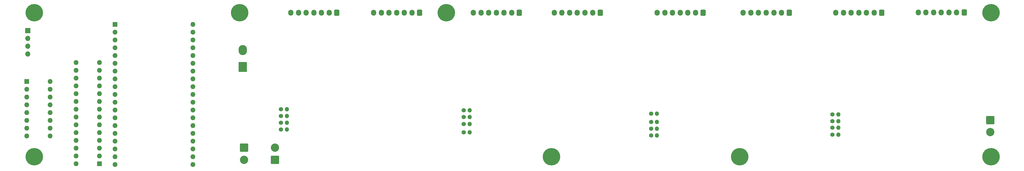
<source format=gbr>
%TF.GenerationSoftware,KiCad,Pcbnew,8.0.4*%
%TF.CreationDate,2024-08-06T18:21:12+08:00*%
%TF.ProjectId,LTC6811_ESP32_V3,4c544336-3831-4315-9f45-535033325f56,rev?*%
%TF.SameCoordinates,Original*%
%TF.FileFunction,Soldermask,Bot*%
%TF.FilePolarity,Negative*%
%FSLAX46Y46*%
G04 Gerber Fmt 4.6, Leading zero omitted, Abs format (unit mm)*
G04 Created by KiCad (PCBNEW 8.0.4) date 2024-08-06 18:21:12*
%MOMM*%
%LPD*%
G01*
G04 APERTURE LIST*
G04 Aperture macros list*
%AMRoundRect*
0 Rectangle with rounded corners*
0 $1 Rounding radius*
0 $2 $3 $4 $5 $6 $7 $8 $9 X,Y pos of 4 corners*
0 Add a 4 corners polygon primitive as box body*
4,1,4,$2,$3,$4,$5,$6,$7,$8,$9,$2,$3,0*
0 Add four circle primitives for the rounded corners*
1,1,$1+$1,$2,$3*
1,1,$1+$1,$4,$5*
1,1,$1+$1,$6,$7*
1,1,$1+$1,$8,$9*
0 Add four rect primitives between the rounded corners*
20,1,$1+$1,$2,$3,$4,$5,0*
20,1,$1+$1,$4,$5,$6,$7,0*
20,1,$1+$1,$6,$7,$8,$9,0*
20,1,$1+$1,$8,$9,$2,$3,0*%
G04 Aperture macros list end*
%ADD10R,1.600000X1.600000*%
%ADD11O,1.600000X1.600000*%
%ADD12RoundRect,0.250001X-1.099999X1.099999X-1.099999X-1.099999X1.099999X-1.099999X1.099999X1.099999X0*%
%ADD13C,2.700000*%
%ADD14C,1.400000*%
%ADD15O,1.400000X1.400000*%
%ADD16O,1.700000X1.950000*%
%ADD17RoundRect,0.250000X0.600000X0.725000X-0.600000X0.725000X-0.600000X-0.725000X0.600000X-0.725000X0*%
%ADD18C,5.700000*%
%ADD19RoundRect,0.250001X1.099999X-1.099999X1.099999X1.099999X-1.099999X1.099999X-1.099999X-1.099999X0*%
%ADD20RoundRect,0.250001X1.099999X1.399999X-1.099999X1.399999X-1.099999X-1.399999X1.099999X-1.399999X0*%
%ADD21O,2.700000X3.300000*%
%ADD22R,1.700000X1.700000*%
%ADD23O,1.700000X1.700000*%
G04 APERTURE END LIST*
D10*
%TO.C,U8*%
X70365000Y-122821928D03*
D11*
X70365000Y-125361928D03*
X70365000Y-127901928D03*
X70365000Y-130441928D03*
X70365000Y-132981928D03*
X70365000Y-135521928D03*
X70365000Y-138061928D03*
X70365000Y-140601928D03*
X70365000Y-143141928D03*
X70365000Y-145681928D03*
X70365000Y-148221928D03*
X70365000Y-150761928D03*
X70365000Y-153301928D03*
X70365000Y-155841928D03*
X70365000Y-158381928D03*
X70365000Y-160921928D03*
X70365000Y-163461928D03*
X70365000Y-166001928D03*
X70365000Y-168541928D03*
X95765000Y-168541928D03*
X95765000Y-166001928D03*
X95765000Y-163461928D03*
X95765000Y-160921928D03*
X95765000Y-158381928D03*
X95765000Y-155841928D03*
X95765000Y-153301928D03*
X95765000Y-150761928D03*
X95765000Y-148221928D03*
X95765000Y-145681928D03*
X95765000Y-143141928D03*
X95765000Y-140601928D03*
X95765000Y-138061928D03*
X95765000Y-135521928D03*
X95765000Y-132981928D03*
X95765000Y-130441928D03*
X95765000Y-127901928D03*
X95765000Y-125361928D03*
X95765000Y-122821928D03*
%TD*%
D12*
%TO.C,J9*%
X355750000Y-154042500D03*
D13*
X355750000Y-158002500D03*
%TD*%
D14*
%TO.C,TH19*%
X304295000Y-154441928D03*
D15*
X306195000Y-154441928D03*
%TD*%
D16*
%TO.C,J15*%
X247150000Y-119041928D03*
X249650000Y-119041928D03*
X252150000Y-119041928D03*
X254650000Y-119041928D03*
X257150000Y-119041928D03*
X259650000Y-119041928D03*
D17*
X262150000Y-119041928D03*
%TD*%
D16*
%TO.C,J14*%
X275200000Y-119041928D03*
X277700000Y-119041928D03*
X280200000Y-119041928D03*
X282700000Y-119041928D03*
X285200000Y-119041928D03*
X287700000Y-119041928D03*
D17*
X290200000Y-119041928D03*
%TD*%
D18*
%TO.C,J1*%
X356000000Y-119000000D03*
%TD*%
D14*
%TO.C,TH8*%
X184095000Y-155341928D03*
D15*
X185995000Y-155341928D03*
%TD*%
D18*
%TO.C,J19*%
X178400000Y-119041928D03*
%TD*%
D19*
%TO.C,J20*%
X122550000Y-166999428D03*
D13*
X122550000Y-163039428D03*
%TD*%
D10*
%TO.C,SW1*%
X41600000Y-141501928D03*
D11*
X41600000Y-144041928D03*
X41600000Y-146581928D03*
X41600000Y-149121928D03*
X41600000Y-151661928D03*
X41600000Y-154201928D03*
X41600000Y-156741928D03*
X41600000Y-159281928D03*
X49220000Y-159281928D03*
X49220000Y-156741928D03*
X49220000Y-154201928D03*
X49220000Y-151661928D03*
X49220000Y-149121928D03*
X49220000Y-146581928D03*
X49220000Y-144041928D03*
X49220000Y-141501928D03*
%TD*%
D14*
%TO.C,TH20*%
X304295000Y-152241928D03*
D15*
X306195000Y-152241928D03*
%TD*%
D14*
%TO.C,TH17*%
X304300000Y-158841928D03*
D15*
X306200000Y-158841928D03*
%TD*%
D16*
%TO.C,J17*%
X305400000Y-119000000D03*
X307900000Y-119000000D03*
X310400000Y-119000000D03*
X312900000Y-119000000D03*
X315400000Y-119000000D03*
X317900000Y-119000000D03*
D17*
X320400000Y-119000000D03*
%TD*%
D14*
%TO.C,TH3*%
X124495000Y-154941928D03*
D15*
X126395000Y-154941928D03*
%TD*%
D18*
%TO.C,J8*%
X356000000Y-166000000D03*
%TD*%
D14*
%TO.C,TH9*%
X184095000Y-153041928D03*
D15*
X185995000Y-153041928D03*
%TD*%
D14*
%TO.C,TH7*%
X184095000Y-158041928D03*
D15*
X185995000Y-158041928D03*
%TD*%
D18*
%TO.C,J2*%
X274100000Y-166041928D03*
%TD*%
D10*
%TO.C,U1*%
X65300000Y-168331928D03*
D11*
X65300000Y-165791928D03*
X65300000Y-163251928D03*
X65300000Y-160711928D03*
X65300000Y-158171928D03*
X65300000Y-155631928D03*
X65300000Y-153091928D03*
X65300000Y-150551928D03*
X65300000Y-148011928D03*
X65300000Y-145471928D03*
X65300000Y-142931928D03*
X65300000Y-140391928D03*
X65300000Y-137851928D03*
X65300000Y-135311928D03*
X57680000Y-135311928D03*
X57680000Y-137851928D03*
X57680000Y-140391928D03*
X57680000Y-142931928D03*
X57680000Y-145471928D03*
X57680000Y-148011928D03*
X57680000Y-150551928D03*
X57680000Y-153091928D03*
X57680000Y-155631928D03*
X57680000Y-158171928D03*
X57680000Y-160711928D03*
X57680000Y-163251928D03*
X57680000Y-165791928D03*
X57680000Y-168331928D03*
%TD*%
D12*
%TO.C,J21*%
X112450000Y-163084428D03*
D13*
X112450000Y-167044428D03*
%TD*%
D16*
%TO.C,J11*%
X127700000Y-119041928D03*
X130200000Y-119041928D03*
X132700000Y-119041928D03*
X135200000Y-119041928D03*
X137700000Y-119041928D03*
X140200000Y-119041928D03*
D17*
X142700000Y-119041928D03*
%TD*%
D14*
%TO.C,TH5*%
X124495000Y-150541928D03*
D15*
X126395000Y-150541928D03*
%TD*%
D20*
%TO.C,J6*%
X112000000Y-136750000D03*
D21*
X112000000Y-131250000D03*
%TD*%
D14*
%TO.C,TH18*%
X304300000Y-156541928D03*
D15*
X306200000Y-156541928D03*
%TD*%
D18*
%TO.C,J4*%
X212700000Y-166041928D03*
%TD*%
D16*
%TO.C,J10*%
X154700000Y-119041928D03*
X157200000Y-119041928D03*
X159700000Y-119041928D03*
X162200000Y-119041928D03*
X164700000Y-119041928D03*
X167200000Y-119041928D03*
D17*
X169700000Y-119041928D03*
%TD*%
D18*
%TO.C,J3*%
X44000000Y-119041928D03*
%TD*%
D14*
%TO.C,TH4*%
X124495000Y-152741928D03*
D15*
X126395000Y-152741928D03*
%TD*%
D16*
%TO.C,J13*%
X187200000Y-119041928D03*
X189700000Y-119041928D03*
X192200000Y-119041928D03*
X194700000Y-119041928D03*
X197200000Y-119041928D03*
X199700000Y-119041928D03*
D17*
X202200000Y-119041928D03*
%TD*%
D18*
%TO.C,J18*%
X111000000Y-119041928D03*
%TD*%
D14*
%TO.C,TH15*%
X245195000Y-151941928D03*
D15*
X247095000Y-151941928D03*
%TD*%
D16*
%TO.C,J12*%
X213600000Y-119041928D03*
X216100000Y-119041928D03*
X218600000Y-119041928D03*
X221100000Y-119041928D03*
X223600000Y-119041928D03*
X226100000Y-119041928D03*
D17*
X228600000Y-119041928D03*
%TD*%
D16*
%TO.C,J16*%
X332300000Y-118975000D03*
X334800000Y-118975000D03*
X337300000Y-118975000D03*
X339800000Y-118975000D03*
X342300000Y-118975000D03*
X344800000Y-118975000D03*
D17*
X347300000Y-118975000D03*
%TD*%
D14*
%TO.C,TH12*%
X245195000Y-159041928D03*
D15*
X247095000Y-159041928D03*
%TD*%
D18*
%TO.C,J7*%
X44000000Y-166041928D03*
%TD*%
D14*
%TO.C,TH10*%
X184095000Y-150841928D03*
D15*
X185995000Y-150841928D03*
%TD*%
D14*
%TO.C,TH13*%
X245195000Y-156841928D03*
D15*
X247095000Y-156841928D03*
%TD*%
D14*
%TO.C,TH14*%
X245195000Y-154641928D03*
D15*
X247095000Y-154641928D03*
%TD*%
D22*
%TO.C,J5*%
X41900000Y-124901928D03*
D23*
X41900000Y-127441928D03*
X41900000Y-129981928D03*
X41900000Y-132521928D03*
%TD*%
D14*
%TO.C,TH2*%
X124495000Y-157141928D03*
D15*
X126395000Y-157141928D03*
%TD*%
M02*

</source>
